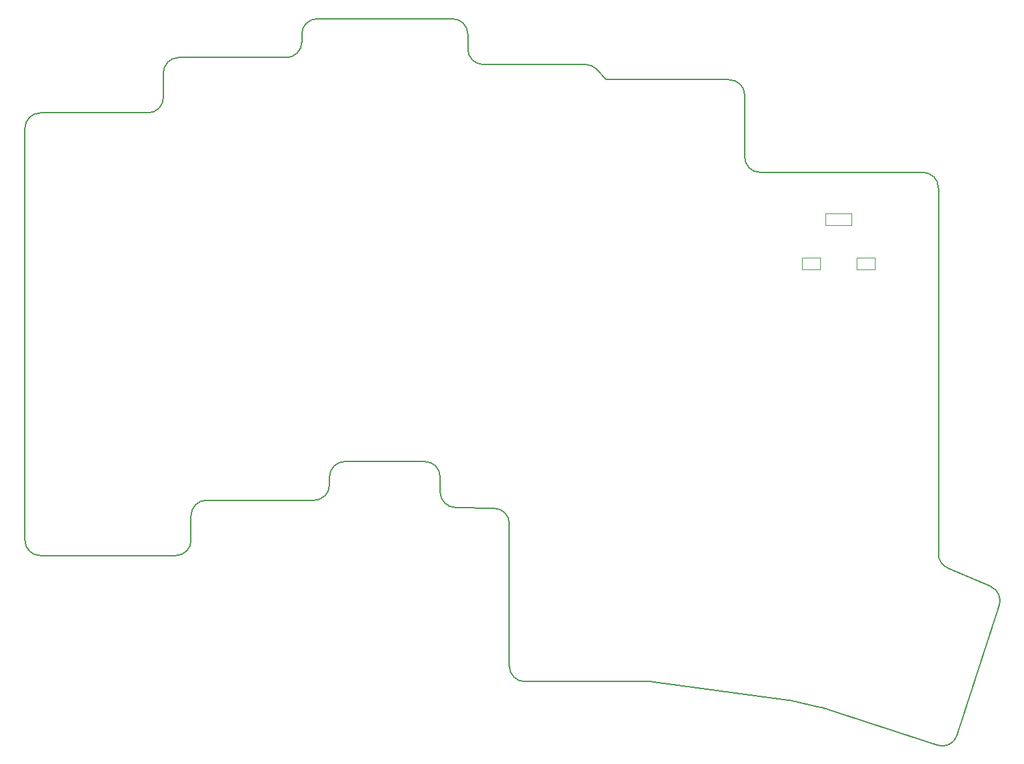
<source format=gbr>
%TF.GenerationSoftware,KiCad,Pcbnew,9.0.4*%
%TF.CreationDate,2025-09-04T10:39:47+02:00*%
%TF.ProjectId,avocado_v3,61766f63-6164-46f5-9f76-332e6b696361,0.0.3*%
%TF.SameCoordinates,Original*%
%TF.FileFunction,Profile,NP*%
%FSLAX46Y46*%
G04 Gerber Fmt 4.6, Leading zero omitted, Abs format (unit mm)*
G04 Created by KiCad (PCBNEW 9.0.4) date 2025-09-04 10:39:47*
%MOMM*%
%LPD*%
G01*
G04 APERTURE LIST*
%TA.AperFunction,Profile*%
%ADD10C,0.150000*%
%TD*%
%TA.AperFunction,Profile*%
%ADD11C,0.050000*%
%TD*%
G04 APERTURE END LIST*
D10*
X52075000Y-18090000D02*
X52075000Y-17050000D01*
X111675000Y-35030000D02*
X132875000Y-35030000D01*
X34075000Y-25290000D02*
X34075000Y-22090000D01*
X36075000Y-20090000D02*
X50075000Y-20090000D01*
X72035008Y-78629200D02*
G75*
G02*
X70075000Y-76629600I39992J1999600D01*
G01*
X55675000Y-74650000D02*
G75*
G02*
X57675000Y-72650000I2000000J0D01*
G01*
X52075000Y-18090000D02*
G75*
G02*
X50075000Y-20090000I-2000000J0D01*
G01*
X77114992Y-78730800D02*
G75*
G02*
X79075000Y-80730400I-39992J-1999600D01*
G01*
X90470140Y-21644654D02*
X91675000Y-22970000D01*
X68075000Y-72650000D02*
G75*
G02*
X70075000Y-74650000I0J-2000000D01*
G01*
X119467976Y-104593999D02*
G75*
G02*
X119657946Y-104645538I-428176J-1954101D01*
G01*
X79075000Y-99270000D02*
X79075000Y-80730400D01*
X34075000Y-22090000D02*
G75*
G02*
X36075000Y-20090000I2000000J0D01*
G01*
X18075000Y-84890000D02*
G75*
G02*
X16075000Y-82890000I0J2000000D01*
G01*
X68075000Y-72650000D02*
X57675000Y-72650000D01*
X37675000Y-79690000D02*
X37675000Y-82890000D01*
X37675000Y-82890000D02*
G75*
G02*
X35675000Y-84890000I-2000000J0D01*
G01*
X54075000Y-15050000D02*
X71675000Y-15050000D01*
X55675000Y-75690000D02*
G75*
G02*
X53675000Y-77690000I-2000000J0D01*
G01*
X134781134Y-109559361D02*
X119657946Y-104645539D01*
X119467976Y-104593999D02*
X115490222Y-103722435D01*
X81075000Y-101270000D02*
G75*
G02*
X79075000Y-99270000I0J2000000D01*
G01*
X134875000Y-37030000D02*
X134875000Y-84655342D01*
X18075000Y-27290000D02*
X32075000Y-27290000D01*
X91675000Y-22970000D02*
X107675000Y-22970000D01*
X137301281Y-108275282D02*
G75*
G02*
X134781156Y-109559293I-1902081J618082D01*
G01*
X109675000Y-24970000D02*
X109675000Y-33030000D01*
X16075000Y-82890000D02*
X16075000Y-29290000D01*
X136081863Y-86491352D02*
X141686315Y-88912417D01*
X70075000Y-76629600D02*
X70075000Y-74650000D01*
X75675000Y-20990000D02*
G75*
G02*
X73675000Y-18990000I0J2000000D01*
G01*
X16075000Y-29290000D02*
G75*
G02*
X18075000Y-27290000I2000000J0D01*
G01*
X136081863Y-86491352D02*
G75*
G02*
X134874962Y-84655342I793137J1836052D01*
G01*
X75675000Y-20990000D02*
X88990260Y-20990000D01*
X88990260Y-20990000D02*
G75*
G02*
X90470162Y-21644634I40J-2000000D01*
G01*
X77114992Y-78730800D02*
X72035008Y-78629200D01*
X53675000Y-77690000D02*
X39675000Y-77690000D01*
X107675000Y-22970000D02*
G75*
G02*
X109675000Y-24970000I0J-2000000D01*
G01*
X111675000Y-35030000D02*
G75*
G02*
X109675000Y-33030000I0J2000000D01*
G01*
X96942789Y-101270000D02*
G75*
G02*
X97206060Y-101287401I11J-2000100D01*
G01*
X52075000Y-17050000D02*
G75*
G02*
X54075000Y-15050000I2000000J0D01*
G01*
X132875000Y-35030000D02*
G75*
G02*
X134875000Y-37030000I0J-2000000D01*
G01*
X73675000Y-17050000D02*
X73675000Y-18990000D01*
X71675000Y-15050000D02*
G75*
G02*
X73675000Y-17050000I0J-2000000D01*
G01*
X115325429Y-103693492D02*
G75*
G02*
X115490221Y-103722439I-263429J-1983208D01*
G01*
X96942789Y-101270000D02*
X81075000Y-101270000D01*
X142795290Y-91366461D02*
X137301281Y-108275282D01*
X115325429Y-103693492D02*
X97206060Y-101287404D01*
X55675000Y-74650000D02*
X55675000Y-75690000D01*
X35675000Y-84890000D02*
X18075000Y-84890000D01*
X37675000Y-79690000D02*
G75*
G02*
X39675000Y-77690000I2000000J0D01*
G01*
X141686314Y-88912417D02*
G75*
G02*
X142795270Y-91366455I-793114J-1835983D01*
G01*
X34075000Y-25290000D02*
G75*
G02*
X32075000Y-27290000I-2000000J0D01*
G01*
%TO.C,MCU1*%
D11*
X124225000Y-46120000D02*
X126625000Y-46120000D01*
X126625000Y-47620000D01*
X124225000Y-47620000D01*
X124225000Y-46120000D01*
X120175000Y-40370000D02*
X123575000Y-40370000D01*
X123575000Y-41870000D01*
X120175000Y-41870000D01*
X120175000Y-40370000D01*
X117125000Y-46120000D02*
X119525000Y-46120000D01*
X119525000Y-47620000D01*
X117125000Y-47620000D01*
X117125000Y-46120000D01*
%TD*%
M02*

</source>
